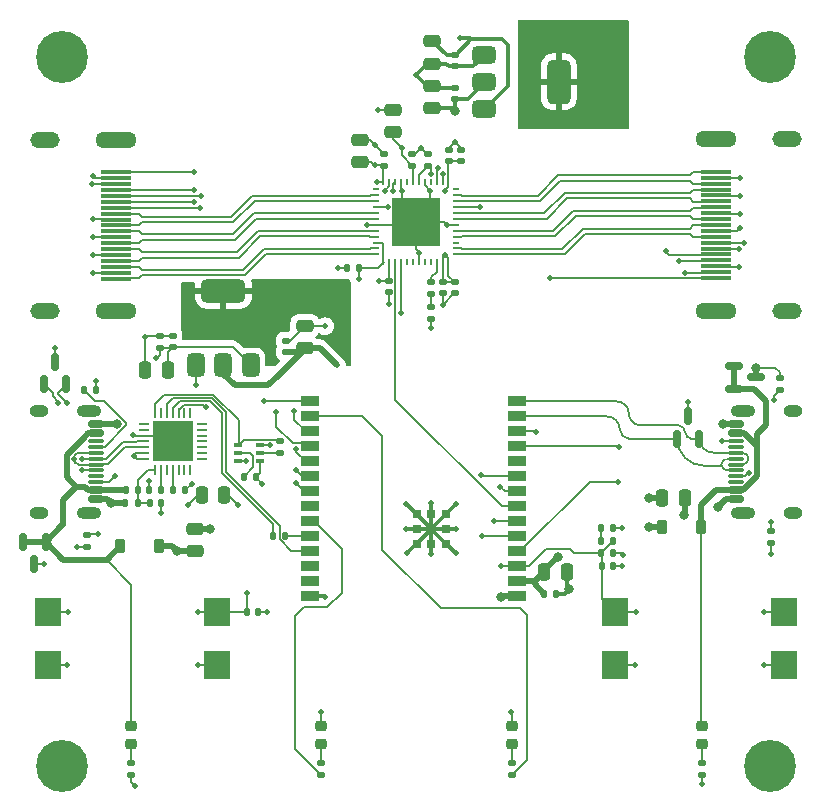
<source format=gtl>
G04 #@! TF.GenerationSoftware,KiCad,Pcbnew,8.0.5*
G04 #@! TF.CreationDate,2024-09-21T15:02:20-07:00*
G04 #@! TF.ProjectId,HDMI Breakout,48444d49-2042-4726-9561-6b6f75742e6b,rev?*
G04 #@! TF.SameCoordinates,Original*
G04 #@! TF.FileFunction,Copper,L1,Top*
G04 #@! TF.FilePolarity,Positive*
%FSLAX46Y46*%
G04 Gerber Fmt 4.6, Leading zero omitted, Abs format (unit mm)*
G04 Created by KiCad (PCBNEW 8.0.5) date 2024-09-21 15:02:20*
%MOMM*%
%LPD*%
G01*
G04 APERTURE LIST*
G04 Aperture macros list*
%AMRoundRect*
0 Rectangle with rounded corners*
0 $1 Rounding radius*
0 $2 $3 $4 $5 $6 $7 $8 $9 X,Y pos of 4 corners*
0 Add a 4 corners polygon primitive as box body*
4,1,4,$2,$3,$4,$5,$6,$7,$8,$9,$2,$3,0*
0 Add four circle primitives for the rounded corners*
1,1,$1+$1,$2,$3*
1,1,$1+$1,$4,$5*
1,1,$1+$1,$6,$7*
1,1,$1+$1,$8,$9*
0 Add four rect primitives between the rounded corners*
20,1,$1+$1,$2,$3,$4,$5,0*
20,1,$1+$1,$4,$5,$6,$7,0*
20,1,$1+$1,$6,$7,$8,$9,0*
20,1,$1+$1,$8,$9,$2,$3,0*%
G04 Aperture macros list end*
G04 #@! TA.AperFunction,SMDPad,CuDef*
%ADD10RoundRect,0.140000X0.170000X-0.140000X0.170000X0.140000X-0.170000X0.140000X-0.170000X-0.140000X0*%
G04 #@! TD*
G04 #@! TA.AperFunction,SMDPad,CuDef*
%ADD11RoundRect,0.150000X-0.500000X0.150000X-0.500000X-0.150000X0.500000X-0.150000X0.500000X0.150000X0*%
G04 #@! TD*
G04 #@! TA.AperFunction,SMDPad,CuDef*
%ADD12RoundRect,0.075000X-0.575000X0.075000X-0.575000X-0.075000X0.575000X-0.075000X0.575000X0.075000X0*%
G04 #@! TD*
G04 #@! TA.AperFunction,ComponentPad*
%ADD13O,2.100000X1.000000*%
G04 #@! TD*
G04 #@! TA.AperFunction,ComponentPad*
%ADD14O,1.600000X1.000000*%
G04 #@! TD*
G04 #@! TA.AperFunction,SMDPad,CuDef*
%ADD15RoundRect,0.135000X-0.185000X0.135000X-0.185000X-0.135000X0.185000X-0.135000X0.185000X0.135000X0*%
G04 #@! TD*
G04 #@! TA.AperFunction,SMDPad,CuDef*
%ADD16R,1.500000X0.900000*%
G04 #@! TD*
G04 #@! TA.AperFunction,SMDPad,CuDef*
%ADD17R,0.800000X0.800000*%
G04 #@! TD*
G04 #@! TA.AperFunction,SMDPad,CuDef*
%ADD18RoundRect,0.140000X-0.170000X0.140000X-0.170000X-0.140000X0.170000X-0.140000X0.170000X0.140000X0*%
G04 #@! TD*
G04 #@! TA.AperFunction,SMDPad,CuDef*
%ADD19RoundRect,0.135000X-0.135000X-0.185000X0.135000X-0.185000X0.135000X0.185000X-0.135000X0.185000X0*%
G04 #@! TD*
G04 #@! TA.AperFunction,SMDPad,CuDef*
%ADD20RoundRect,0.140000X-0.140000X-0.170000X0.140000X-0.170000X0.140000X0.170000X-0.140000X0.170000X0*%
G04 #@! TD*
G04 #@! TA.AperFunction,SMDPad,CuDef*
%ADD21RoundRect,0.135000X0.185000X-0.135000X0.185000X0.135000X-0.185000X0.135000X-0.185000X-0.135000X0*%
G04 #@! TD*
G04 #@! TA.AperFunction,SMDPad,CuDef*
%ADD22RoundRect,0.135000X0.135000X0.185000X-0.135000X0.185000X-0.135000X-0.185000X0.135000X-0.185000X0*%
G04 #@! TD*
G04 #@! TA.AperFunction,SMDPad,CuDef*
%ADD23RoundRect,0.218750X0.256250X-0.218750X0.256250X0.218750X-0.256250X0.218750X-0.256250X-0.218750X0*%
G04 #@! TD*
G04 #@! TA.AperFunction,SMDPad,CuDef*
%ADD24RoundRect,0.375000X-0.625000X-0.375000X0.625000X-0.375000X0.625000X0.375000X-0.625000X0.375000X0*%
G04 #@! TD*
G04 #@! TA.AperFunction,SMDPad,CuDef*
%ADD25RoundRect,0.500000X-0.500000X-1.400000X0.500000X-1.400000X0.500000X1.400000X-0.500000X1.400000X0*%
G04 #@! TD*
G04 #@! TA.AperFunction,SMDPad,CuDef*
%ADD26RoundRect,0.250000X0.475000X-0.250000X0.475000X0.250000X-0.475000X0.250000X-0.475000X-0.250000X0*%
G04 #@! TD*
G04 #@! TA.AperFunction,ComponentPad*
%ADD27C,4.400000*%
G04 #@! TD*
G04 #@! TA.AperFunction,SMDPad,CuDef*
%ADD28RoundRect,0.250000X-0.250000X-0.475000X0.250000X-0.475000X0.250000X0.475000X-0.250000X0.475000X0*%
G04 #@! TD*
G04 #@! TA.AperFunction,SMDPad,CuDef*
%ADD29RoundRect,0.100000X-0.225000X-0.100000X0.225000X-0.100000X0.225000X0.100000X-0.225000X0.100000X0*%
G04 #@! TD*
G04 #@! TA.AperFunction,SMDPad,CuDef*
%ADD30R,2.641600X0.330200*%
G04 #@! TD*
G04 #@! TA.AperFunction,ComponentPad*
%ADD31O,3.500000X1.350000*%
G04 #@! TD*
G04 #@! TA.AperFunction,ComponentPad*
%ADD32O,2.500000X1.350000*%
G04 #@! TD*
G04 #@! TA.AperFunction,SMDPad,CuDef*
%ADD33RoundRect,0.225000X-0.225000X-0.375000X0.225000X-0.375000X0.225000X0.375000X-0.225000X0.375000X0*%
G04 #@! TD*
G04 #@! TA.AperFunction,SMDPad,CuDef*
%ADD34RoundRect,0.225000X0.225000X0.375000X-0.225000X0.375000X-0.225000X-0.375000X0.225000X-0.375000X0*%
G04 #@! TD*
G04 #@! TA.AperFunction,SMDPad,CuDef*
%ADD35RoundRect,0.150000X0.150000X-0.587500X0.150000X0.587500X-0.150000X0.587500X-0.150000X-0.587500X0*%
G04 #@! TD*
G04 #@! TA.AperFunction,SMDPad,CuDef*
%ADD36RoundRect,0.375000X0.375000X-0.625000X0.375000X0.625000X-0.375000X0.625000X-0.375000X-0.625000X0*%
G04 #@! TD*
G04 #@! TA.AperFunction,SMDPad,CuDef*
%ADD37RoundRect,0.500000X1.400000X-0.500000X1.400000X0.500000X-1.400000X0.500000X-1.400000X-0.500000X0*%
G04 #@! TD*
G04 #@! TA.AperFunction,SMDPad,CuDef*
%ADD38RoundRect,0.150000X0.500000X-0.150000X0.500000X0.150000X-0.500000X0.150000X-0.500000X-0.150000X0*%
G04 #@! TD*
G04 #@! TA.AperFunction,SMDPad,CuDef*
%ADD39RoundRect,0.075000X0.575000X-0.075000X0.575000X0.075000X-0.575000X0.075000X-0.575000X-0.075000X0*%
G04 #@! TD*
G04 #@! TA.AperFunction,SMDPad,CuDef*
%ADD40R,2.300000X2.400000*%
G04 #@! TD*
G04 #@! TA.AperFunction,SMDPad,CuDef*
%ADD41RoundRect,0.140000X0.140000X0.170000X-0.140000X0.170000X-0.140000X-0.170000X0.140000X-0.170000X0*%
G04 #@! TD*
G04 #@! TA.AperFunction,SMDPad,CuDef*
%ADD42RoundRect,0.150000X-0.587500X-0.150000X0.587500X-0.150000X0.587500X0.150000X-0.587500X0.150000X0*%
G04 #@! TD*
G04 #@! TA.AperFunction,SMDPad,CuDef*
%ADD43RoundRect,0.250000X-0.475000X0.250000X-0.475000X-0.250000X0.475000X-0.250000X0.475000X0.250000X0*%
G04 #@! TD*
G04 #@! TA.AperFunction,SMDPad,CuDef*
%ADD44R,0.599999X0.240000*%
G04 #@! TD*
G04 #@! TA.AperFunction,SMDPad,CuDef*
%ADD45R,0.240000X0.599999*%
G04 #@! TD*
G04 #@! TA.AperFunction,SMDPad,CuDef*
%ADD46R,4.099999X4.099999*%
G04 #@! TD*
G04 #@! TA.AperFunction,SMDPad,CuDef*
%ADD47RoundRect,0.250000X0.250000X0.475000X-0.250000X0.475000X-0.250000X-0.475000X0.250000X-0.475000X0*%
G04 #@! TD*
G04 #@! TA.AperFunction,SMDPad,CuDef*
%ADD48RoundRect,0.150000X-0.150000X0.587500X-0.150000X-0.587500X0.150000X-0.587500X0.150000X0.587500X0*%
G04 #@! TD*
G04 #@! TA.AperFunction,SMDPad,CuDef*
%ADD49RoundRect,0.062500X-0.337500X-0.062500X0.337500X-0.062500X0.337500X0.062500X-0.337500X0.062500X0*%
G04 #@! TD*
G04 #@! TA.AperFunction,SMDPad,CuDef*
%ADD50RoundRect,0.062500X-0.062500X-0.337500X0.062500X-0.337500X0.062500X0.337500X-0.062500X0.337500X0*%
G04 #@! TD*
G04 #@! TA.AperFunction,HeatsinkPad*
%ADD51R,3.350000X3.350000*%
G04 #@! TD*
G04 #@! TA.AperFunction,ViaPad*
%ADD52C,0.500000*%
G04 #@! TD*
G04 #@! TA.AperFunction,ViaPad*
%ADD53C,0.800000*%
G04 #@! TD*
G04 #@! TA.AperFunction,Conductor*
%ADD54C,0.300000*%
G04 #@! TD*
G04 #@! TA.AperFunction,Conductor*
%ADD55C,0.200000*%
G04 #@! TD*
G04 #@! TA.AperFunction,Conductor*
%ADD56C,0.500000*%
G04 #@! TD*
G04 APERTURE END LIST*
D10*
X82258000Y-64196000D03*
X82258000Y-63236000D03*
D11*
X57920000Y-86050000D03*
X57920000Y-86850000D03*
D12*
X57920000Y-88000000D03*
X57920000Y-89000000D03*
X57920000Y-89500000D03*
X57920000Y-90500000D03*
D11*
X57920000Y-91650000D03*
X57920000Y-92450000D03*
X57920000Y-92450000D03*
X57920000Y-91650000D03*
D12*
X57920000Y-91000000D03*
X57920000Y-90000000D03*
X57920000Y-88500000D03*
X57920000Y-87500000D03*
D11*
X57920000Y-86850000D03*
X57920000Y-86050000D03*
D13*
X57280000Y-84930000D03*
D14*
X53100000Y-84930000D03*
D13*
X57280000Y-93570000D03*
D14*
X53100000Y-93570000D03*
D15*
X115790000Y-82180000D03*
X115790000Y-83200000D03*
D16*
X93550000Y-100670000D03*
X93550000Y-99400000D03*
X93550000Y-98130000D03*
X93550000Y-96860000D03*
X93550000Y-95590000D03*
X93550000Y-94320000D03*
X93550000Y-93050000D03*
X93550000Y-91780000D03*
X93550000Y-90510000D03*
X93550000Y-89240000D03*
X93550000Y-87970000D03*
X93550000Y-86700000D03*
X93550000Y-85430000D03*
X93550000Y-84160000D03*
X76050000Y-84160000D03*
X76050000Y-85430000D03*
X76050000Y-86700000D03*
X76050000Y-87970000D03*
X76050000Y-89240000D03*
X76050000Y-90510000D03*
X76050000Y-91780000D03*
X76050000Y-93050000D03*
X76050000Y-94320000D03*
X76050000Y-95590000D03*
X76050000Y-96860000D03*
X76050000Y-98130000D03*
X76050000Y-99400000D03*
X76050000Y-100670000D03*
D17*
X87555000Y-96200000D03*
X87555000Y-94950000D03*
X87555000Y-93700000D03*
X86305000Y-96200000D03*
X86305000Y-94950000D03*
X86305000Y-93700000D03*
X85055000Y-96200000D03*
X85055000Y-94950000D03*
X85055000Y-93700000D03*
D18*
X82692000Y-73976499D03*
X82692000Y-74936499D03*
D19*
X70410000Y-90580000D03*
X71430000Y-90580000D03*
D20*
X95880000Y-100460000D03*
X96840000Y-100460000D03*
D19*
X72930000Y-95580000D03*
X73950000Y-95580000D03*
D21*
X86290000Y-77190000D03*
X86290000Y-76170000D03*
D18*
X88300000Y-54840000D03*
X88300000Y-55800000D03*
D22*
X63427660Y-91670000D03*
X62407660Y-91670000D03*
D15*
X93100000Y-114800000D03*
X93100000Y-115820000D03*
D23*
X77000000Y-113200000D03*
X77000000Y-111625000D03*
D24*
X90800000Y-54800000D03*
X90800000Y-57100000D03*
X90800000Y-59400000D03*
D25*
X97100000Y-57100000D03*
D10*
X88788000Y-63791500D03*
X88788000Y-62831500D03*
D26*
X86400000Y-59350000D03*
X86400000Y-57450000D03*
D27*
X115000000Y-55000000D03*
D10*
X87772000Y-63791500D03*
X87772000Y-62831500D03*
D23*
X93100000Y-113200000D03*
X93100000Y-111625000D03*
D28*
X66850000Y-92100000D03*
X68750000Y-92100000D03*
D21*
X86248000Y-75040000D03*
X86248000Y-74020000D03*
D18*
X88280000Y-74048000D03*
X88280000Y-75008000D03*
D29*
X69930000Y-87880000D03*
X69930000Y-88530000D03*
X69930000Y-89180000D03*
X71830000Y-89180000D03*
X71830000Y-88530000D03*
X71830000Y-87880000D03*
D30*
X59624959Y-73762700D03*
X59624959Y-73262700D03*
X59624959Y-72762700D03*
X59624959Y-72262700D03*
X59624959Y-71762700D03*
X59624959Y-71262700D03*
X59624959Y-70762700D03*
X59624959Y-70262700D03*
X59624959Y-69762700D03*
X59624959Y-69262700D03*
X59624959Y-68762701D03*
X59624959Y-68262700D03*
X59624959Y-67762700D03*
X59624959Y-67262700D03*
X59624959Y-66762700D03*
X59624959Y-66262700D03*
X59624959Y-65762700D03*
X59624959Y-65262700D03*
X59624959Y-64762700D03*
D31*
X59624959Y-62012700D03*
D32*
X53624959Y-62012700D03*
D31*
X59624959Y-76512700D03*
D32*
X53624959Y-76512700D03*
D23*
X109200000Y-113200000D03*
X109200000Y-111625000D03*
D20*
X100720000Y-98100000D03*
X101680000Y-98100000D03*
D33*
X105830000Y-94810000D03*
X109130000Y-94810000D03*
D28*
X95850000Y-98600000D03*
X97750000Y-98600000D03*
X105850000Y-92300000D03*
X107750000Y-92300000D03*
D19*
X60407660Y-92770000D03*
X61427660Y-92770000D03*
D15*
X60900000Y-114800000D03*
X60900000Y-115820000D03*
D10*
X74000000Y-79980000D03*
X74000000Y-79020000D03*
D27*
X115000000Y-115000000D03*
D26*
X66300000Y-96850000D03*
X66300000Y-94950000D03*
D34*
X63250000Y-96410000D03*
X59950000Y-96410000D03*
D10*
X86020000Y-64196000D03*
X86020000Y-63236000D03*
D35*
X107100000Y-87300000D03*
X109000000Y-87300000D03*
X108050000Y-85425000D03*
D19*
X100690000Y-95940000D03*
X101710000Y-95940000D03*
D15*
X73480000Y-87480000D03*
X73480000Y-88500000D03*
D19*
X60417660Y-91670000D03*
X61437660Y-91670000D03*
D36*
X66400000Y-81100000D03*
X68700000Y-81100000D03*
X71000000Y-81100000D03*
D37*
X68700000Y-74800000D03*
D20*
X70665000Y-101970000D03*
X71625000Y-101970000D03*
D38*
X112080000Y-92450000D03*
X112080000Y-91650000D03*
D39*
X112080000Y-90500000D03*
X112080000Y-89500000D03*
X112080000Y-89000000D03*
X112080000Y-88000000D03*
D38*
X112080000Y-86850000D03*
X112080000Y-86050000D03*
X112080000Y-86050000D03*
X112080000Y-86850000D03*
D39*
X112080000Y-87500000D03*
X112080000Y-88500000D03*
X112080000Y-90000000D03*
X112080000Y-91000000D03*
D38*
X112080000Y-91650000D03*
X112080000Y-92450000D03*
D13*
X112720000Y-93570000D03*
D14*
X116900000Y-93570000D03*
D13*
X112720000Y-84930000D03*
D14*
X116900000Y-84930000D03*
D10*
X63300000Y-79600000D03*
X63300000Y-78640000D03*
D35*
X53510000Y-82707500D03*
X55410000Y-82707500D03*
X54460000Y-80832500D03*
D40*
X101850000Y-102000000D03*
X116150000Y-102000000D03*
X101850000Y-106500000D03*
X116150000Y-106500000D03*
D27*
X55000000Y-55000000D03*
D22*
X57920000Y-83200000D03*
X56900000Y-83200000D03*
D10*
X88300000Y-58560000D03*
X88300000Y-57600000D03*
D18*
X87264000Y-74048000D03*
X87264000Y-75008000D03*
D41*
X80152000Y-72846999D03*
X79192000Y-72846999D03*
D26*
X83020000Y-61364000D03*
X83020000Y-59464000D03*
D19*
X100690000Y-97000000D03*
X101710000Y-97000000D03*
D26*
X80226000Y-63904000D03*
X80226000Y-62004000D03*
D10*
X64400000Y-79580000D03*
X64400000Y-78620000D03*
D23*
X60900000Y-113200000D03*
X60900000Y-111625000D03*
D27*
X55000000Y-115000000D03*
D42*
X111902500Y-81170000D03*
X111902500Y-83070000D03*
X113777500Y-82120000D03*
D43*
X86400000Y-53650000D03*
X86400000Y-55550000D03*
D15*
X109200000Y-114800000D03*
X109200000Y-115820000D03*
D21*
X115050000Y-96180000D03*
X115050000Y-95160000D03*
D22*
X65427660Y-91670000D03*
X64407660Y-91670000D03*
D30*
X110415041Y-64717300D03*
X110415041Y-65217300D03*
X110415041Y-65717300D03*
X110415041Y-66217300D03*
X110415041Y-66717300D03*
X110415041Y-67217300D03*
X110415041Y-67717300D03*
X110415041Y-68217300D03*
X110415041Y-68717300D03*
X110415041Y-69217300D03*
X110415041Y-69717299D03*
X110415041Y-70217300D03*
X110415041Y-70717300D03*
X110415041Y-71217300D03*
X110415041Y-71717300D03*
X110415041Y-72217300D03*
X110415041Y-72717300D03*
X110415041Y-73217300D03*
X110415041Y-73717300D03*
D31*
X110415041Y-76467300D03*
D32*
X116415041Y-76467300D03*
D31*
X110415041Y-61967300D03*
D32*
X116415041Y-61967300D03*
D20*
X100700000Y-94870000D03*
X101660000Y-94870000D03*
D15*
X77000000Y-114800000D03*
X77000000Y-115820000D03*
D26*
X75600000Y-79650000D03*
X75600000Y-77750000D03*
D20*
X62467660Y-92770000D03*
X63427660Y-92770000D03*
D44*
X81599998Y-66209999D03*
X81599998Y-66709998D03*
X81599998Y-67210000D03*
X81599998Y-67709999D03*
X81599998Y-68210001D03*
X81599998Y-68709999D03*
X81599998Y-69209999D03*
X81599998Y-69710000D03*
X81599998Y-70209999D03*
X81599998Y-70710001D03*
X81599998Y-71210000D03*
X81599998Y-71709999D03*
D45*
X82249999Y-72360000D03*
X82749998Y-72360000D03*
X83250000Y-72360000D03*
X83749999Y-72360000D03*
X84250001Y-72360000D03*
X84749999Y-72360000D03*
X85249999Y-72360000D03*
X85750000Y-72360000D03*
X86249999Y-72360000D03*
X86750001Y-72360000D03*
X87250000Y-72360000D03*
X87749999Y-72360000D03*
D44*
X88400000Y-71709999D03*
X88400000Y-71210000D03*
X88400000Y-70710001D03*
X88400000Y-70209999D03*
X88400000Y-69710000D03*
X88400000Y-69209999D03*
X88400000Y-68709999D03*
X88400000Y-68210001D03*
X88400000Y-67709999D03*
X88400000Y-67210000D03*
X88400000Y-66709998D03*
X88400000Y-66209999D03*
D45*
X87749999Y-65559998D03*
X87250000Y-65559998D03*
X86750001Y-65559998D03*
X86249999Y-65559998D03*
X85750000Y-65559998D03*
X85249999Y-65559998D03*
X84749999Y-65559998D03*
X84250001Y-65559998D03*
X83749999Y-65559998D03*
X83250000Y-65559998D03*
X82749998Y-65559998D03*
X82249999Y-65559998D03*
D46*
X84999999Y-68959999D03*
D10*
X84700000Y-64196000D03*
X84700000Y-63236000D03*
D40*
X53850000Y-102000000D03*
X68150000Y-102000000D03*
X53850000Y-106500000D03*
X68150000Y-106500000D03*
D47*
X64000000Y-81500000D03*
X62100000Y-81500000D03*
D48*
X53640000Y-96075000D03*
X51740000Y-96075000D03*
X52690000Y-97950000D03*
D49*
X61950000Y-86050000D03*
X61950000Y-86550000D03*
X61950000Y-87050000D03*
X61950000Y-87550000D03*
X61950000Y-88050000D03*
X61950000Y-88550000D03*
X61950000Y-89050000D03*
D50*
X62900000Y-90000000D03*
X63400000Y-90000000D03*
X63900000Y-90000000D03*
X64400000Y-90000000D03*
X64900000Y-90000000D03*
X65400000Y-90000000D03*
X65900000Y-90000000D03*
D49*
X66850000Y-89050000D03*
X66850000Y-88550000D03*
X66850000Y-88050000D03*
X66850000Y-87550000D03*
X66850000Y-87050000D03*
X66850000Y-86550000D03*
X66850000Y-86050000D03*
D50*
X65900000Y-85100000D03*
X65400000Y-85100000D03*
X64900000Y-85100000D03*
X64400000Y-85100000D03*
X63900000Y-85100000D03*
X63400000Y-85100000D03*
X62900000Y-85100000D03*
D51*
X64400000Y-87550000D03*
D21*
X57190000Y-96470000D03*
X57190000Y-95450000D03*
D52*
X87490000Y-71720000D03*
X81510000Y-64180000D03*
D53*
X88290000Y-59580000D03*
D52*
X81910000Y-73980000D03*
X87440000Y-66340000D03*
X81680000Y-65560000D03*
X81760000Y-59460000D03*
X66550000Y-106480000D03*
X88390000Y-97020000D03*
D53*
X107730000Y-93740000D03*
D52*
X112310000Y-72750000D03*
X57630000Y-70270000D03*
X53510000Y-97950000D03*
X66400000Y-82800000D03*
D53*
X92190000Y-100680000D03*
D52*
X108050000Y-84250000D03*
X86220000Y-66330000D03*
X86290000Y-77980000D03*
X61050000Y-87020000D03*
X115040000Y-97060000D03*
X57590000Y-65750000D03*
X57920000Y-82390000D03*
X63430000Y-93610000D03*
X112440000Y-66760000D03*
X87650000Y-69210000D03*
X88420000Y-94960000D03*
X69950000Y-92950000D03*
X86300000Y-92800000D03*
X85250000Y-71560000D03*
X85010000Y-56500000D03*
D53*
X113770000Y-81300000D03*
D52*
X83820000Y-66350000D03*
X57630000Y-73250000D03*
X103580000Y-106480000D03*
D53*
X67570000Y-94950000D03*
D52*
X112450000Y-68250000D03*
X66000000Y-91110000D03*
X57630000Y-68750000D03*
X55450000Y-106500000D03*
X84120000Y-94960000D03*
X54460000Y-79650000D03*
D53*
X59710000Y-86070000D03*
D52*
X85390000Y-62730000D03*
X109200000Y-116590000D03*
X114470000Y-106510000D03*
X72410000Y-101990000D03*
X112450000Y-69450000D03*
X77280000Y-100680000D03*
X57630000Y-71750000D03*
X87280000Y-75960000D03*
X77300000Y-77800000D03*
X78430000Y-72830000D03*
X82692000Y-75870000D03*
X88390000Y-92870000D03*
D53*
X110980000Y-86060000D03*
D52*
X84260000Y-96980000D03*
X86300000Y-97070000D03*
D53*
X97960000Y-100080000D03*
D52*
X102460000Y-94860000D03*
X102410000Y-98100000D03*
D53*
X110570000Y-93130000D03*
X59180000Y-92770000D03*
D52*
X81550000Y-62480000D03*
X56340000Y-96470000D03*
X88280000Y-62200000D03*
X84190000Y-92840000D03*
X61220000Y-116680000D03*
X80840000Y-69210000D03*
X62100000Y-78700000D03*
X112440000Y-65260000D03*
X80150000Y-73760000D03*
X62410000Y-90900000D03*
X61090000Y-88790000D03*
X76980000Y-110460000D03*
X78300000Y-81100000D03*
X93080000Y-110490000D03*
X73400000Y-81900000D03*
X65730000Y-92950000D03*
X83790000Y-62740000D03*
X102540000Y-97120000D03*
D53*
X97010000Y-97300000D03*
X64760000Y-96840000D03*
D52*
X107750000Y-73250000D03*
D53*
X104740000Y-92300000D03*
D52*
X63000000Y-80500000D03*
X88700000Y-53400000D03*
D53*
X104750000Y-94810000D03*
D52*
X57620000Y-65040000D03*
X86250000Y-64870000D03*
X95180000Y-86730000D03*
X66200000Y-66250000D03*
X74850000Y-88200000D03*
X66210000Y-64750000D03*
X74680000Y-85000000D03*
X66190000Y-67260000D03*
X73180000Y-85020000D03*
X74850000Y-90000000D03*
X66770000Y-66760000D03*
X74830000Y-91090000D03*
X66720000Y-67750000D03*
X106140000Y-71440000D03*
X87290000Y-64890000D03*
X102160000Y-87980000D03*
X112320000Y-71240000D03*
X96310000Y-73750000D03*
X90390000Y-67710000D03*
X112750000Y-70740000D03*
X102090000Y-90980000D03*
X86850000Y-64410000D03*
X107230000Y-72250000D03*
X92090000Y-91370000D03*
X83090000Y-66340000D03*
X90510000Y-90365944D03*
X82360000Y-66330000D03*
X90550000Y-95580000D03*
X82619998Y-67680000D03*
X91580000Y-94320000D03*
X83749999Y-76640000D03*
X55530000Y-101990000D03*
X70650000Y-89180000D03*
X72120000Y-84150000D03*
X66550000Y-102010000D03*
X70660000Y-100400000D03*
X103640000Y-102010000D03*
X72670000Y-87880000D03*
X92230000Y-98130000D03*
X114470000Y-101970000D03*
X56010000Y-89000000D03*
X54695000Y-84310000D03*
X56750000Y-89000000D03*
X55445000Y-84310000D03*
X56750000Y-90000000D03*
X67240000Y-84660000D03*
X71960000Y-91110000D03*
X58100000Y-95390000D03*
X59540000Y-90460000D03*
X110940000Y-87500000D03*
X115330000Y-84040000D03*
X115030000Y-94360000D03*
X113170000Y-90190000D03*
D54*
X88060000Y-59350000D02*
X88290000Y-59580000D01*
D55*
X87250000Y-71960000D02*
X87490000Y-71720000D01*
X82692000Y-72417998D02*
X82749998Y-72360000D01*
D54*
X88300000Y-58560000D02*
X89390000Y-58560000D01*
D55*
X88788000Y-63791500D02*
X87772000Y-63791500D01*
X87250000Y-72360000D02*
X87250000Y-71960000D01*
X81680002Y-65559998D02*
X81680000Y-65560000D01*
X82249999Y-65559998D02*
X81680002Y-65559998D01*
D54*
X89390000Y-58560000D02*
X90850000Y-57100000D01*
D55*
X87749999Y-65559998D02*
X87749999Y-66030001D01*
X87749999Y-72360000D02*
X87749999Y-71979999D01*
X87749999Y-65559998D02*
X87749999Y-63813501D01*
D56*
X88300000Y-59570000D02*
X88290000Y-59580000D01*
D55*
X82692000Y-73976499D02*
X81913501Y-73976499D01*
X81913501Y-73976499D02*
X81910000Y-73980000D01*
X87250000Y-72360000D02*
X87250000Y-74034000D01*
X81510000Y-64180000D02*
X82242000Y-64180000D01*
X87749999Y-73517999D02*
X88280000Y-74048000D01*
X81234000Y-63904000D02*
X81510000Y-64180000D01*
X87749999Y-72360000D02*
X87749999Y-73517999D01*
X87749999Y-66030001D02*
X87440000Y-66340000D01*
X82249999Y-65559998D02*
X82249999Y-64204001D01*
X87264000Y-74048000D02*
X88280000Y-74048000D01*
D54*
X88300000Y-58560000D02*
X88300000Y-59570000D01*
D55*
X87749999Y-71979999D02*
X87490000Y-71720000D01*
X82692000Y-73976499D02*
X82692000Y-72417998D01*
X80226000Y-63904000D02*
X81234000Y-63904000D01*
D54*
X86400000Y-59350000D02*
X88060000Y-59350000D01*
D55*
X88400000Y-69209999D02*
X87650001Y-69209999D01*
X82692000Y-75870000D02*
X82692000Y-74936499D01*
X82258000Y-63188000D02*
X81550000Y-62480000D01*
D54*
X89850000Y-55800000D02*
X90850000Y-54800000D01*
D55*
X72390000Y-101970000D02*
X72410000Y-101990000D01*
D54*
X77270000Y-100670000D02*
X77280000Y-100680000D01*
X85960000Y-57450000D02*
X85010000Y-56500000D01*
D55*
X83020000Y-59464000D02*
X81764000Y-59464000D01*
D54*
X86305000Y-94950000D02*
X85055000Y-96200000D01*
D56*
X111250000Y-92450000D02*
X110570000Y-93130000D01*
D55*
X74330000Y-79020000D02*
X74000000Y-79020000D01*
D54*
X97580000Y-100460000D02*
X97960000Y-100080000D01*
X86305000Y-93700000D02*
X86305000Y-92805000D01*
D55*
X116150000Y-106500000D02*
X114480000Y-106500000D01*
D54*
X96840000Y-100460000D02*
X97580000Y-100460000D01*
D56*
X113777500Y-81307500D02*
X113770000Y-81300000D01*
D55*
X85250000Y-71480000D02*
X84999999Y-71229999D01*
X64400000Y-78620000D02*
X63320000Y-78620000D01*
X115050000Y-97050000D02*
X115040000Y-97060000D01*
X77250000Y-77750000D02*
X77300000Y-77800000D01*
X110450000Y-65250000D02*
X112430000Y-65250000D01*
X59560000Y-65750000D02*
X57590000Y-65750000D01*
X114480000Y-106500000D02*
X114470000Y-106510000D01*
X115410000Y-81300000D02*
X113770000Y-81300000D01*
X81074000Y-62004000D02*
X81550000Y-62480000D01*
X87264000Y-75944000D02*
X87280000Y-75960000D01*
D56*
X57920000Y-86050000D02*
X59690000Y-86050000D01*
D55*
X79192000Y-72846999D02*
X78446999Y-72846999D01*
D56*
X57920000Y-92450000D02*
X58860000Y-92450000D01*
D54*
X85960000Y-55550000D02*
X85010000Y-56500000D01*
D55*
X62160000Y-78640000D02*
X62100000Y-78700000D01*
X57650000Y-70250000D02*
X57630000Y-70270000D01*
D54*
X88300000Y-57600000D02*
X86550000Y-57600000D01*
X85040000Y-96200000D02*
X84260000Y-96980000D01*
D55*
X69100000Y-92100000D02*
X69950000Y-92950000D01*
X60900000Y-116360000D02*
X61220000Y-116680000D01*
X63320000Y-78620000D02*
X63300000Y-78640000D01*
D54*
X84130000Y-94950000D02*
X84120000Y-94960000D01*
X86305000Y-94950000D02*
X87555000Y-93700000D01*
D55*
X63900000Y-87050000D02*
X61950000Y-87050000D01*
X83820000Y-66350000D02*
X83820000Y-67780000D01*
D54*
X86305000Y-92805000D02*
X86300000Y-92800000D01*
D55*
X62100000Y-81500000D02*
X62100000Y-78700000D01*
X63427660Y-92770000D02*
X63427660Y-93607660D01*
X86550000Y-57600000D02*
X86400000Y-57450000D01*
X87772000Y-62708000D02*
X88280000Y-62200000D01*
X78446999Y-72846999D02*
X78430000Y-72830000D01*
X101680000Y-98100000D02*
X102410000Y-98100000D01*
X59560000Y-73250000D02*
X57630000Y-73250000D01*
D56*
X107750000Y-93720000D02*
X107730000Y-93740000D01*
D55*
X52690000Y-97950000D02*
X53510000Y-97950000D01*
X86220000Y-66330000D02*
X86220000Y-67739998D01*
X81599998Y-69209999D02*
X84749999Y-69209999D01*
D54*
X88410000Y-94950000D02*
X88420000Y-94960000D01*
D55*
X61950000Y-87050000D02*
X61080000Y-87050000D01*
D56*
X107750000Y-92300000D02*
X107750000Y-93720000D01*
D55*
X110450000Y-66750000D02*
X112430000Y-66750000D01*
X53850000Y-106500000D02*
X55450000Y-106500000D01*
X59560000Y-71750000D02*
X57630000Y-71750000D01*
X66570000Y-106500000D02*
X66550000Y-106480000D01*
X85249999Y-72360000D02*
X85249999Y-71560001D01*
X86290000Y-77190000D02*
X86290000Y-77980000D01*
X65440000Y-91670000D02*
X66000000Y-91110000D01*
X102450000Y-94870000D02*
X102460000Y-94860000D01*
X59560000Y-68750001D02*
X57630001Y-68750001D01*
D54*
X88300000Y-55800000D02*
X89850000Y-55800000D01*
D56*
X113777500Y-82120000D02*
X113777500Y-81307500D01*
D54*
X97750000Y-99870000D02*
X97960000Y-100080000D01*
D55*
X63300000Y-78640000D02*
X62160000Y-78640000D01*
X109200000Y-115820000D02*
X109200000Y-116590000D01*
D54*
X86305000Y-97065000D02*
X86300000Y-97070000D01*
D55*
X110450000Y-68250000D02*
X112450000Y-68250000D01*
D54*
X87570000Y-96200000D02*
X88390000Y-97020000D01*
D55*
X101850000Y-106500000D02*
X103560000Y-106500000D01*
D56*
X59690000Y-86050000D02*
X59710000Y-86070000D01*
D55*
X115790000Y-82180000D02*
X115790000Y-81680000D01*
D54*
X87560000Y-93700000D02*
X88390000Y-92870000D01*
D55*
X84999999Y-71229999D02*
X84999999Y-68959999D01*
X115050000Y-96180000D02*
X115050000Y-97050000D01*
X87264000Y-75008000D02*
X87264000Y-75944000D01*
D56*
X92200000Y-100670000D02*
X92190000Y-100680000D01*
D55*
X85249999Y-71560001D02*
X85250000Y-71560000D01*
X60900000Y-115820000D02*
X60900000Y-116360000D01*
X87650000Y-69210000D02*
X87399999Y-68959999D01*
D54*
X85050000Y-93700000D02*
X84190000Y-92840000D01*
D55*
X87650001Y-69209999D02*
X87650000Y-69210000D01*
D54*
X86305000Y-94950000D02*
X85055000Y-94950000D01*
D55*
X83749999Y-65559998D02*
X83749999Y-66279999D01*
X101660000Y-94870000D02*
X102450000Y-94870000D01*
D54*
X86305000Y-94950000D02*
X86305000Y-93700000D01*
D55*
X112430000Y-65250000D02*
X112440000Y-65260000D01*
X85250000Y-71560000D02*
X85250000Y-71480000D01*
D54*
X76050000Y-100670000D02*
X77270000Y-100670000D01*
D55*
X110450000Y-72750000D02*
X112310000Y-72750000D01*
D54*
X86305000Y-94950000D02*
X85055000Y-93700000D01*
D55*
X81599998Y-69209999D02*
X80840001Y-69209999D01*
X68150000Y-106500000D02*
X66570000Y-106500000D01*
X108050000Y-85425000D02*
X108050000Y-84250000D01*
X75600000Y-77750000D02*
X74330000Y-79020000D01*
X83749999Y-66279999D02*
X83820000Y-66350000D01*
X54460000Y-80832500D02*
X54460000Y-79650000D01*
D56*
X66300000Y-94950000D02*
X67570000Y-94950000D01*
D55*
X115790000Y-81680000D02*
X115410000Y-81300000D01*
X80840001Y-69209999D02*
X80840000Y-69210000D01*
X81764000Y-59464000D02*
X81760000Y-59460000D01*
X57920000Y-83200000D02*
X57920000Y-82390000D01*
X66400000Y-81100000D02*
X66400000Y-82800000D01*
D56*
X59180000Y-92770000D02*
X60407660Y-92770000D01*
D55*
X85896000Y-63236000D02*
X85390000Y-62730000D01*
D56*
X112080000Y-92450000D02*
X111250000Y-92450000D01*
D54*
X87550000Y-55550000D02*
X86400000Y-55550000D01*
X86305000Y-94950000D02*
X86305000Y-96200000D01*
X86305000Y-94950000D02*
X87555000Y-96200000D01*
X97750000Y-98600000D02*
X97750000Y-99870000D01*
D55*
X57190000Y-96470000D02*
X56340000Y-96470000D01*
D56*
X93550000Y-100670000D02*
X92200000Y-100670000D01*
D55*
X63427660Y-93607660D02*
X63430000Y-93610000D01*
D56*
X58860000Y-92450000D02*
X59180000Y-92770000D01*
X112080000Y-86050000D02*
X110990000Y-86050000D01*
D55*
X112430000Y-66750000D02*
X112440000Y-66760000D01*
X85750000Y-65860000D02*
X86220000Y-66330000D01*
X75600000Y-77750000D02*
X77250000Y-77750000D01*
D54*
X86305000Y-96200000D02*
X86305000Y-97065000D01*
X87800000Y-55800000D02*
X87550000Y-55550000D01*
D55*
X87399999Y-68959999D02*
X84999999Y-68959999D01*
X80226000Y-62004000D02*
X81074000Y-62004000D01*
X110450000Y-69749999D02*
X112150001Y-69749999D01*
D54*
X88300000Y-55800000D02*
X87800000Y-55800000D01*
D55*
X71625000Y-101970000D02*
X72390000Y-101970000D01*
X59560000Y-70250000D02*
X57650000Y-70250000D01*
D54*
X86305000Y-94950000D02*
X87555000Y-94950000D01*
D55*
X84884000Y-63236000D02*
X85390000Y-62730000D01*
X88788000Y-62708000D02*
X88280000Y-62200000D01*
D54*
X85055000Y-94950000D02*
X84130000Y-94950000D01*
D55*
X61080000Y-87050000D02*
X61050000Y-87020000D01*
X88232000Y-75008000D02*
X87280000Y-75960000D01*
X57630001Y-68750001D02*
X57630000Y-68750000D01*
D54*
X87555000Y-94950000D02*
X88410000Y-94950000D01*
D55*
X85750000Y-65559998D02*
X85750000Y-65860000D01*
X112150001Y-69749999D02*
X112450000Y-69450000D01*
X103560000Y-106500000D02*
X103580000Y-106480000D01*
X110990000Y-86050000D02*
G75*
G03*
X110980000Y-86060000I0J-10000D01*
G01*
D56*
X95050000Y-99630000D02*
X95880000Y-100460000D01*
D55*
X61350000Y-89050000D02*
X61090000Y-88790000D01*
X77000000Y-111625000D02*
X77000000Y-110480000D01*
X80152000Y-73758000D02*
X80150000Y-73760000D01*
D56*
X74800000Y-80000000D02*
X74780000Y-79980000D01*
X75600000Y-79650000D02*
X75250000Y-80000000D01*
D55*
X66580000Y-92100000D02*
X65730000Y-92950000D01*
X84749999Y-65559998D02*
X84749999Y-64245999D01*
D56*
X76850000Y-79650000D02*
X78300000Y-81100000D01*
X69700000Y-82800000D02*
X68700000Y-81800000D01*
D55*
X61950000Y-89050000D02*
X61350000Y-89050000D01*
D56*
X95050000Y-99400000D02*
X95050000Y-99630000D01*
X95050000Y-99400000D02*
X95850000Y-98600000D01*
D55*
X81793001Y-72846999D02*
X82280000Y-72360000D01*
X83790000Y-63286000D02*
X83790000Y-62740000D01*
X62407660Y-91670000D02*
X62407660Y-90902340D01*
X61950000Y-88550000D02*
X61330000Y-88550000D01*
X82249999Y-70860003D02*
X82099997Y-70710001D01*
D56*
X73400000Y-81900000D02*
X72500000Y-82800000D01*
D55*
X93100000Y-110510000D02*
X93080000Y-110490000D01*
X62407660Y-90902340D02*
X62410000Y-90900000D01*
X61330000Y-88550000D02*
X61090000Y-88790000D01*
X80152000Y-72846999D02*
X81793001Y-72846999D01*
D56*
X93550000Y-99400000D02*
X95050000Y-99400000D01*
D55*
X80152000Y-72846999D02*
X80152000Y-73758000D01*
X82249999Y-72360000D02*
X82249999Y-70860003D01*
D56*
X68700000Y-81800000D02*
X68700000Y-81100000D01*
D55*
X82280000Y-72360000D02*
X82249999Y-72360000D01*
D56*
X74780000Y-79980000D02*
X74000000Y-79980000D01*
D55*
X93100000Y-111625000D02*
X93100000Y-110510000D01*
D56*
X75600000Y-79650000D02*
X76850000Y-79650000D01*
D55*
X83020000Y-61364000D02*
X83020000Y-61970000D01*
D56*
X75250000Y-80000000D02*
X74800000Y-80000000D01*
X75600000Y-79650000D02*
X75600000Y-79700000D01*
D55*
X82099997Y-70710001D02*
X81599998Y-70710001D01*
X77000000Y-110480000D02*
X76980000Y-110460000D01*
D56*
X75600000Y-79700000D02*
X73400000Y-81900000D01*
X95850000Y-98460000D02*
X97010000Y-97300000D01*
X72500000Y-82800000D02*
X69700000Y-82800000D01*
D55*
X84700000Y-64196000D02*
X83790000Y-63286000D01*
X101710000Y-97000000D02*
X102420000Y-97000000D01*
X83020000Y-61970000D02*
X83790000Y-62740000D01*
X102420000Y-97000000D02*
X102540000Y-97120000D01*
D56*
X64770000Y-96850000D02*
X64760000Y-96840000D01*
X66300000Y-96850000D02*
X64770000Y-96850000D01*
D55*
X64380000Y-79600000D02*
X64400000Y-79580000D01*
D54*
X88300000Y-54840000D02*
X88360000Y-54840000D01*
D56*
X105850000Y-92300000D02*
X104740000Y-92300000D01*
D55*
X64000000Y-81500000D02*
X64000000Y-79980000D01*
X64400000Y-79580000D02*
X69480000Y-79580000D01*
X64000000Y-79980000D02*
X64400000Y-79580000D01*
D54*
X92800000Y-54000000D02*
X92800000Y-57450000D01*
D56*
X105830000Y-94810000D02*
X104750000Y-94810000D01*
D55*
X110450000Y-73250000D02*
X107750000Y-73250000D01*
D54*
X89600000Y-53400000D02*
X88700000Y-53400000D01*
D55*
X69480000Y-79580000D02*
X71000000Y-81100000D01*
D54*
X86400000Y-53650000D02*
X87590000Y-54840000D01*
X88360000Y-54840000D02*
X89700000Y-53500000D01*
D56*
X63250000Y-96410000D02*
X64330000Y-96410000D01*
D54*
X92800000Y-57450000D02*
X90850000Y-59400000D01*
D55*
X63300000Y-79600000D02*
X63300000Y-80200000D01*
D56*
X64330000Y-96410000D02*
X64760000Y-96840000D01*
D54*
X89700000Y-53500000D02*
X89600000Y-53400000D01*
X87590000Y-54840000D02*
X88300000Y-54840000D01*
X92300000Y-53500000D02*
X92800000Y-54000000D01*
D55*
X59560000Y-65250000D02*
X57830000Y-65250000D01*
X57830000Y-65250000D02*
X57620000Y-65040000D01*
X63300000Y-80200000D02*
X63000000Y-80500000D01*
X63300000Y-79600000D02*
X64380000Y-79600000D01*
D54*
X89700000Y-53500000D02*
X92300000Y-53500000D01*
D55*
X93550000Y-86700000D02*
X95150000Y-86700000D01*
X85249999Y-64960001D02*
X85249999Y-65559998D01*
X86014000Y-64196000D02*
X85249999Y-64960001D01*
X86250000Y-64870000D02*
X86250000Y-64426000D01*
X86250000Y-64426000D02*
X86020000Y-64196000D01*
X95150000Y-86700000D02*
X95180000Y-86730000D01*
X61816201Y-68975000D02*
X69543200Y-68975000D01*
X81124998Y-67184999D02*
X81149999Y-67210000D01*
X69543200Y-68975000D02*
X71333201Y-67184999D01*
X59560000Y-69250000D02*
X61541201Y-69250000D01*
X81149999Y-67210000D02*
X81599998Y-67210000D01*
X71333201Y-67184999D02*
X81124998Y-67184999D01*
X61541201Y-69250000D02*
X61816201Y-68975000D01*
X75660000Y-89240000D02*
X74850000Y-88430000D01*
X66200000Y-66250000D02*
X59560000Y-66250000D01*
X74850000Y-88430000D02*
X74850000Y-88200000D01*
X74680000Y-85720000D02*
X74680000Y-85000000D01*
X66210000Y-64750000D02*
X59560000Y-64750000D01*
X75660000Y-86700000D02*
X74680000Y-85720000D01*
X71493200Y-68685000D02*
X81125000Y-68685000D01*
X81125000Y-68685000D02*
X81149999Y-68709999D01*
X81149999Y-68709999D02*
X81599998Y-68709999D01*
X59560000Y-70750000D02*
X61541201Y-70750000D01*
X61816201Y-70475000D02*
X69703200Y-70475000D01*
X69703200Y-70475000D02*
X71493200Y-68685000D01*
X61541201Y-70750000D02*
X61816201Y-70475000D01*
X61541201Y-73750000D02*
X61816201Y-73475000D01*
X70523200Y-73475000D02*
X72313201Y-71684999D01*
X72313201Y-71684999D02*
X81124999Y-71684999D01*
X61816201Y-73475000D02*
X70523200Y-73475000D01*
X81149999Y-71709999D02*
X81599998Y-71709999D01*
X81124999Y-71684999D02*
X81149999Y-71709999D01*
X59560000Y-73750000D02*
X61541201Y-73750000D01*
X73180000Y-85020000D02*
X73180000Y-86310000D01*
X61440000Y-67260000D02*
X61430000Y-67250000D01*
X61430000Y-67250000D02*
X59560000Y-67250000D01*
X73180000Y-86310000D02*
X74590000Y-87720000D01*
X66190000Y-67260000D02*
X61440000Y-67260000D01*
X74590000Y-87720000D02*
X75800000Y-87720000D01*
X76050000Y-90510000D02*
X75360000Y-90510000D01*
X59560000Y-66750000D02*
X66760000Y-66750000D01*
X66760000Y-66750000D02*
X66770000Y-66760000D01*
X75360000Y-90510000D02*
X74850000Y-90000000D01*
X61816201Y-73025000D02*
X70336800Y-73025000D01*
X59560000Y-72750000D02*
X61541201Y-72750000D01*
X81124999Y-71235000D02*
X81149999Y-71210000D01*
X72126800Y-71235000D02*
X81124999Y-71235000D01*
X61541201Y-72750000D02*
X61816201Y-73025000D01*
X70336800Y-73025000D02*
X72126800Y-71235000D01*
X81149999Y-71210000D02*
X81599998Y-71210000D01*
X75520000Y-91780000D02*
X74830000Y-91090000D01*
X66720000Y-67750000D02*
X59560000Y-67750000D01*
X61541201Y-68250000D02*
X61816201Y-68525000D01*
X69356800Y-68525000D02*
X71146801Y-66734999D01*
X81149999Y-66709998D02*
X81599998Y-66709998D01*
X71146801Y-66734999D02*
X81124998Y-66734999D01*
X61816201Y-68525000D02*
X69356800Y-68525000D01*
X81124998Y-66734999D02*
X81149999Y-66709998D01*
X59560000Y-68250000D02*
X61541201Y-68250000D01*
X81149999Y-69710000D02*
X81599998Y-69710000D01*
X81124999Y-69735000D02*
X81149999Y-69710000D01*
X61816201Y-71525000D02*
X69836800Y-71525000D01*
X61541201Y-71250000D02*
X61816201Y-71525000D01*
X71626800Y-69735000D02*
X81124999Y-69735000D01*
X69836800Y-71525000D02*
X71626800Y-69735000D01*
X59560000Y-71250000D02*
X61541201Y-71250000D01*
X81124999Y-70184999D02*
X81149999Y-70209999D01*
X81149999Y-70209999D02*
X81599998Y-70209999D01*
X70023200Y-71975000D02*
X71813201Y-70184999D01*
X61541201Y-72250000D02*
X61816201Y-71975000D01*
X59560000Y-72250000D02*
X61541201Y-72250000D01*
X71813201Y-70184999D02*
X81124999Y-70184999D01*
X61816201Y-71975000D02*
X70023200Y-71975000D01*
X69516800Y-70025000D02*
X71306800Y-68235000D01*
X61816201Y-70025000D02*
X69516800Y-70025000D01*
X81125000Y-68235000D02*
X81149999Y-68210001D01*
X59560000Y-69750000D02*
X61541201Y-69750000D01*
X71306800Y-68235000D02*
X81125000Y-68235000D01*
X81149999Y-68210001D02*
X81599998Y-68210001D01*
X61541201Y-69750000D02*
X61816201Y-70025000D01*
X110450000Y-71750000D02*
X106450000Y-71750000D01*
X87290000Y-64890000D02*
X87290000Y-65519998D01*
X106450000Y-71750000D02*
X106140000Y-71440000D01*
X87290000Y-65519998D02*
X87250000Y-65559998D01*
X102150000Y-87970000D02*
X102160000Y-87980000D01*
X93550000Y-87970000D02*
X102150000Y-87970000D01*
X112320000Y-71240000D02*
X110460000Y-71240000D01*
X97773200Y-66975000D02*
X108193799Y-66975000D01*
X108193799Y-66975000D02*
X108468799Y-67250000D01*
X88874998Y-68685000D02*
X96063200Y-68685000D01*
X88400000Y-68709999D02*
X88849999Y-68709999D01*
X88849999Y-68709999D02*
X88874998Y-68685000D01*
X108468799Y-67250000D02*
X110450000Y-67250000D01*
X96063200Y-68685000D02*
X97773200Y-66975000D01*
X88400000Y-67210000D02*
X88849999Y-67210000D01*
X95503201Y-67184999D02*
X97213200Y-65475000D01*
X88875000Y-67184999D02*
X95503201Y-67184999D01*
X88849999Y-67210000D02*
X88875000Y-67184999D01*
X108193799Y-65475000D02*
X108468799Y-65750000D01*
X97213200Y-65475000D02*
X108193799Y-65475000D01*
X108468799Y-65750000D02*
X110450000Y-65750000D01*
X88400000Y-67709999D02*
X90389999Y-67709999D01*
X110450000Y-73750000D02*
X96310000Y-73750000D01*
X90389999Y-67709999D02*
X90390000Y-67710000D01*
X88874998Y-68235000D02*
X95876800Y-68235000D01*
X97586800Y-66525000D02*
X108193799Y-66525000D01*
X88849999Y-68210001D02*
X88874998Y-68235000D01*
X108468799Y-66250000D02*
X110450000Y-66250000D01*
X108193799Y-66525000D02*
X108468799Y-66250000D01*
X95876800Y-68235000D02*
X97586800Y-66525000D01*
X88400000Y-68210001D02*
X88849999Y-68210001D01*
X97026800Y-65025000D02*
X108193799Y-65025000D01*
X88875000Y-66734999D02*
X95316801Y-66734999D01*
X88400000Y-66709998D02*
X88849999Y-66709998D01*
X88849999Y-66709998D02*
X88875000Y-66734999D01*
X95316801Y-66734999D02*
X97026800Y-65025000D01*
X108193799Y-65025000D02*
X108468799Y-64750000D01*
X108468799Y-64750000D02*
X110450000Y-64750000D01*
X108193799Y-69525000D02*
X108468799Y-69250000D01*
X99106800Y-69525000D02*
X108193799Y-69525000D01*
X97396800Y-71235000D02*
X99106800Y-69525000D01*
X88849999Y-71210000D02*
X88874999Y-71235000D01*
X108468799Y-69250000D02*
X110450000Y-69250000D01*
X88874999Y-71235000D02*
X97396800Y-71235000D01*
X88400000Y-71210000D02*
X88849999Y-71210000D01*
X99730000Y-90980000D02*
X102090000Y-90980000D01*
X112750000Y-70740000D02*
X112740000Y-70750000D01*
X93850000Y-96860000D02*
X99730000Y-90980000D01*
X112740000Y-70750000D02*
X110450000Y-70750000D01*
X88400000Y-71709999D02*
X88849999Y-71709999D01*
X108468799Y-70250000D02*
X110450000Y-70250000D01*
X99293200Y-69975000D02*
X108193799Y-69975000D01*
X97583201Y-71684999D02*
X99293200Y-69975000D01*
X88849999Y-71709999D02*
X88874999Y-71684999D01*
X108193799Y-69975000D02*
X108468799Y-70250000D01*
X88874999Y-71684999D02*
X97583201Y-71684999D01*
X108193799Y-68025000D02*
X108468799Y-67750000D01*
X88849999Y-69710000D02*
X88874999Y-69735000D01*
X88400000Y-69710000D02*
X88849999Y-69710000D01*
X88874999Y-69735000D02*
X96626800Y-69735000D01*
X96626800Y-69735000D02*
X98336800Y-68025000D01*
X108468799Y-67750000D02*
X110450000Y-67750000D01*
X98336800Y-68025000D02*
X108193799Y-68025000D01*
X110450000Y-72250000D02*
X107230000Y-72250000D01*
X86750001Y-64509999D02*
X86850000Y-64410000D01*
X86750001Y-65559998D02*
X86750001Y-64509999D01*
X108193799Y-68475000D02*
X108468799Y-68750000D01*
X96813201Y-70184999D02*
X98523200Y-68475000D01*
X108468799Y-68750000D02*
X110450000Y-68750000D01*
X98523200Y-68475000D02*
X108193799Y-68475000D01*
X88849999Y-70209999D02*
X88874999Y-70184999D01*
X88400000Y-70209999D02*
X88849999Y-70209999D01*
X88874999Y-70184999D02*
X96813201Y-70184999D01*
X86750001Y-73159999D02*
X86750001Y-72360000D01*
X86248000Y-73662000D02*
X86750001Y-73159999D01*
X86248000Y-74020000D02*
X86248000Y-73662000D01*
X83090000Y-65719998D02*
X83250000Y-65559998D01*
X93550000Y-91780000D02*
X92500000Y-91780000D01*
X83090000Y-66340000D02*
X83090000Y-65719998D01*
X92500000Y-91780000D02*
X92090000Y-91370000D01*
X90654056Y-90510000D02*
X93550000Y-90510000D01*
X90510000Y-90365944D02*
X90654056Y-90510000D01*
X82749998Y-65559998D02*
X82749998Y-65940002D01*
X82749998Y-65940002D02*
X82360000Y-66330000D01*
X90830000Y-95580000D02*
X90840000Y-95590000D01*
X82619998Y-67680000D02*
X82589999Y-67709999D01*
X82589999Y-67709999D02*
X81599998Y-67709999D01*
X90550000Y-95580000D02*
X90830000Y-95580000D01*
X90840000Y-95590000D02*
X93550000Y-95590000D01*
X92260000Y-93050000D02*
X93550000Y-93050000D01*
X83250000Y-84040000D02*
X92260000Y-93050000D01*
X83250000Y-72360000D02*
X83250000Y-84040000D01*
X83749999Y-76640000D02*
X83749999Y-72360000D01*
X91580000Y-94320000D02*
X93550000Y-94320000D01*
X72130000Y-84160000D02*
X72120000Y-84150000D01*
X70665000Y-101970000D02*
X68180000Y-101970000D01*
X70660000Y-100400000D02*
X70660000Y-101965000D01*
X76050000Y-84160000D02*
X72130000Y-84160000D01*
X55520000Y-102000000D02*
X55530000Y-101990000D01*
X69930000Y-89180000D02*
X70650000Y-89180000D01*
X53850000Y-102000000D02*
X55520000Y-102000000D01*
X66550000Y-102010000D02*
X68140000Y-102010000D01*
X98080000Y-96680000D02*
X98400000Y-97000000D01*
X71830000Y-87880000D02*
X72670000Y-87880000D01*
X96030000Y-96680000D02*
X98080000Y-96680000D01*
X101850000Y-102000000D02*
X103630000Y-102000000D01*
X94580000Y-98130000D02*
X96030000Y-96680000D01*
X98400000Y-97000000D02*
X100690000Y-97000000D01*
X100690000Y-96960000D02*
X101710000Y-95940000D01*
X101850000Y-102000000D02*
X100730000Y-100880000D01*
X114470000Y-101970000D02*
X116120000Y-101970000D01*
X92230000Y-98130000D02*
X93550000Y-98130000D01*
X100720000Y-99480000D02*
X100720000Y-98100000D01*
X103630000Y-102000000D02*
X103640000Y-102010000D01*
X100730000Y-100880000D02*
X100730000Y-99490000D01*
X100720000Y-98100000D02*
X100720000Y-97030000D01*
X100730000Y-99490000D02*
X100720000Y-99480000D01*
X93550000Y-98130000D02*
X94580000Y-98130000D01*
D56*
X55430000Y-88690000D02*
X55430000Y-90590000D01*
X57920000Y-91650000D02*
X57244594Y-91650000D01*
X57270001Y-86850000D02*
X56870001Y-87250000D01*
D55*
X60900000Y-111625000D02*
X60900000Y-99660000D01*
D56*
X53640000Y-96075000D02*
X51740000Y-96075000D01*
X57920000Y-91650000D02*
X60397660Y-91650000D01*
X58800000Y-97560000D02*
X58800000Y-97580000D01*
X56974594Y-91380000D02*
X56220000Y-91380000D01*
X55120000Y-94660000D02*
X55055000Y-94660000D01*
X56220000Y-91380000D02*
X55120000Y-92480000D01*
X59950000Y-96410000D02*
X58800000Y-97560000D01*
X57244594Y-91650000D02*
X56974594Y-91380000D01*
X55145000Y-97580000D02*
X53640000Y-96075000D01*
X58800000Y-97580000D02*
X55145000Y-97580000D01*
X56870000Y-87250000D02*
X55430000Y-88690000D01*
X57920000Y-86850000D02*
X57270001Y-86850000D01*
X55430000Y-90590000D02*
X56220000Y-91380000D01*
X56870001Y-87250000D02*
X56870000Y-87250000D01*
X55055000Y-94660000D02*
X53640000Y-96075000D01*
X55120000Y-92480000D02*
X55120000Y-94660000D01*
D55*
X60900000Y-99660000D02*
X58800000Y-97560000D01*
X100690000Y-95940000D02*
X100690000Y-94880000D01*
D56*
X110430000Y-91650000D02*
X109130000Y-92950000D01*
X113870000Y-87964594D02*
X113870000Y-86910000D01*
D55*
X109130000Y-94810000D02*
X109130000Y-111555000D01*
D56*
X112080000Y-91650000D02*
X110430000Y-91650000D01*
X113580000Y-83070000D02*
X111902500Y-83070000D01*
X113870000Y-90509999D02*
X112729999Y-91650000D01*
X112080000Y-86850000D02*
X112755406Y-86850000D01*
X113870000Y-87964594D02*
X113870000Y-90509999D01*
X114630000Y-86150000D02*
X114630000Y-84120000D01*
X112729999Y-91650000D02*
X112080000Y-91650000D01*
X111902500Y-83070000D02*
X111902500Y-81170000D01*
X109130000Y-92950000D02*
X109130000Y-94810000D01*
X112755406Y-86850000D02*
X113870000Y-87964594D01*
X114630000Y-84120000D02*
X113580000Y-83070000D01*
X113870000Y-86910000D02*
X114630000Y-86150000D01*
D55*
X54695000Y-84196397D02*
X54234999Y-83736396D01*
X60383200Y-88025000D02*
X61324999Y-88025000D01*
X58933200Y-89475000D02*
X60383200Y-88025000D01*
X54234999Y-83736396D02*
X54234999Y-83432499D01*
X54234999Y-83432499D02*
X53510000Y-82707500D01*
X58445000Y-89475000D02*
X58933200Y-89475000D01*
X57920000Y-89500000D02*
X56490000Y-89500000D01*
X57920000Y-88500000D02*
X56490000Y-88500000D01*
X61324999Y-88025000D02*
X61349999Y-88050000D01*
X61349999Y-88050000D02*
X61950000Y-88050000D01*
X54695000Y-84310000D02*
X54695000Y-84196397D01*
X56490000Y-88500000D02*
G75*
G03*
X55990000Y-89000000I0J-500000D01*
G01*
X56490000Y-89500000D02*
G75*
G02*
X56010000Y-89020000I-14100J465900D01*
G01*
X56010000Y-89000000D02*
G75*
G03*
X55990000Y-89000000I-10000J-202965D01*
G01*
X56010000Y-89020000D02*
G75*
G02*
X56010000Y-89000000I529500J10000D01*
G01*
X58746800Y-89025000D02*
X60196800Y-87575000D01*
X61324999Y-87575000D02*
X61349999Y-87550000D01*
X60196800Y-87575000D02*
X61324999Y-87575000D01*
X54685001Y-83432499D02*
X55410000Y-82707500D01*
X57920000Y-89000000D02*
X56750000Y-89000000D01*
X61349999Y-87550000D02*
X61950000Y-87550000D01*
X57920000Y-90000000D02*
X56750000Y-90000000D01*
X55445000Y-84310000D02*
X54685001Y-83550001D01*
X54685001Y-83550001D02*
X54685001Y-83432499D01*
X58445000Y-89025000D02*
X58746800Y-89025000D01*
X112080000Y-90000000D02*
X111350000Y-90000000D01*
X112080000Y-89000000D02*
X111370000Y-89000000D01*
X103020000Y-87300000D02*
X107100000Y-87300000D01*
X110868337Y-89600000D02*
X109400000Y-89600000D01*
X93550000Y-85430000D02*
X101150000Y-85430000D01*
X111370000Y-89000000D02*
G75*
G03*
X110860000Y-89510000I0J-510000D01*
G01*
X101150000Y-85430000D02*
G75*
G02*
X102270000Y-86550000I0J-1120000D01*
G01*
X111350000Y-90000000D02*
G75*
G02*
X110860000Y-89510000I0J490000D01*
G01*
X109400000Y-89600000D02*
G75*
G02*
X107100000Y-87300000I0J2300000D01*
G01*
X102270000Y-86550000D02*
G75*
G03*
X103020000Y-87300000I750000J0D01*
G01*
X104020000Y-86180000D02*
X107200000Y-86180000D01*
X112080000Y-88500000D02*
X110200000Y-88500000D01*
X108320000Y-87300000D02*
X109000000Y-87300000D01*
X112080000Y-88500000D02*
X112650000Y-88500000D01*
X93550000Y-84160000D02*
X102000000Y-84160000D01*
X112650000Y-89500000D02*
X112080000Y-89500000D01*
X103030000Y-85190000D02*
G75*
G03*
X104020000Y-86180000I990000J0D01*
G01*
X107800000Y-86780000D02*
G75*
G03*
X108320000Y-87300000I520000J0D01*
G01*
X110200000Y-88500000D02*
G75*
G02*
X109000000Y-87300000I0J1200000D01*
G01*
X113150000Y-89000000D02*
G75*
G02*
X112650000Y-89500000I-500000J0D01*
G01*
X107200000Y-86180000D02*
G75*
G02*
X107800000Y-86780000I0J-600000D01*
G01*
X112650000Y-88500000D02*
G75*
G02*
X113150000Y-89000000I0J-500000D01*
G01*
X102000000Y-84160000D02*
G75*
G02*
X103030000Y-85190000I0J-1030000D01*
G01*
X71830000Y-88530000D02*
X73450000Y-88530000D01*
X70410000Y-90520000D02*
X71200000Y-89730000D01*
X71200000Y-89730000D02*
X71200000Y-88800000D01*
X70930000Y-88530000D02*
X69930000Y-88530000D01*
X71200000Y-88800000D02*
X70930000Y-88530000D01*
X67010000Y-84430000D02*
X65325322Y-84430000D01*
X65325322Y-84430000D02*
X64900000Y-84855322D01*
X71430000Y-90580000D02*
X71960000Y-91110000D01*
X71830000Y-90180000D02*
X71430000Y-90580000D01*
X67240000Y-84660000D02*
X67010000Y-84430000D01*
X71830000Y-89180000D02*
X71830000Y-90180000D01*
X73400000Y-87400000D02*
X70410000Y-87400000D01*
X63670000Y-83590000D02*
X62900000Y-84360000D01*
X67810000Y-83590000D02*
X63670000Y-83590000D01*
X70410000Y-87400000D02*
X69930000Y-87880000D01*
X62900000Y-84360000D02*
X62900000Y-85100000D01*
X69985000Y-85765000D02*
X67810000Y-83590000D01*
X69985000Y-87825000D02*
X69985000Y-85765000D01*
X63427660Y-90827660D02*
X63427660Y-91670000D01*
X63400000Y-90800000D02*
X63427660Y-90827660D01*
X63400000Y-90000000D02*
X63400000Y-90800000D01*
X73950000Y-95580000D02*
X76040000Y-95580000D01*
X72930000Y-94545980D02*
X68600000Y-90215980D01*
X64990000Y-84150000D02*
X64400000Y-84740000D01*
X64400000Y-84740000D02*
X64400000Y-85100000D01*
X67578040Y-84150000D02*
X64990000Y-84150000D01*
X68600000Y-90215980D02*
X68600000Y-85171960D01*
X72930000Y-95580000D02*
X72930000Y-94545980D01*
X68600000Y-85171960D02*
X67578040Y-84150000D01*
X61427660Y-92770000D02*
X61427660Y-91680000D01*
X61437660Y-90852340D02*
X61437660Y-91670000D01*
X62900000Y-90000000D02*
X62290000Y-90000000D01*
X61427660Y-92770000D02*
X62467660Y-92770000D01*
X62290000Y-90000000D02*
X61437660Y-90852340D01*
X64400000Y-90000000D02*
X64400000Y-91662340D01*
X57920000Y-91000000D02*
X59000000Y-91000000D01*
X58100000Y-95390000D02*
X57250000Y-95390000D01*
X59000000Y-91000000D02*
X59540000Y-90460000D01*
X58610000Y-84130000D02*
X58610000Y-84110000D01*
X58644834Y-88000000D02*
X60490000Y-86154834D01*
X57810000Y-84110000D02*
X56900000Y-83200000D01*
X60490000Y-86154834D02*
X60490000Y-86010000D01*
X60490000Y-86010000D02*
X58610000Y-84130000D01*
X58610000Y-84110000D02*
X57810000Y-84110000D01*
X57920000Y-88000000D02*
X58644834Y-88000000D01*
X115330000Y-83660000D02*
X115790000Y-83200000D01*
X112080000Y-87500000D02*
X110940000Y-87500000D01*
X115330000Y-84040000D02*
X115330000Y-83660000D01*
X115030000Y-94360000D02*
X115030000Y-95140000D01*
X112860000Y-90500000D02*
X113170000Y-90190000D01*
X112080000Y-90500000D02*
X112860000Y-90500000D01*
X63900000Y-84370000D02*
X64400000Y-83870000D01*
X68880000Y-90100000D02*
X73450000Y-94670000D01*
X74460780Y-96860000D02*
X76050000Y-96860000D01*
X68880000Y-85055980D02*
X68880000Y-90100000D01*
X67694020Y-83870000D02*
X68880000Y-85055980D01*
X63900000Y-85100000D02*
X63900000Y-84370000D01*
X73450000Y-95849220D02*
X74460780Y-96860000D01*
X73450000Y-94670000D02*
X73450000Y-95849220D01*
X64400000Y-83870000D02*
X67694020Y-83870000D01*
X93100000Y-113200000D02*
X93100000Y-114800000D01*
X60900000Y-113200000D02*
X60900000Y-114800000D01*
X77000000Y-113200000D02*
X77000000Y-114800000D01*
X109200000Y-113200000D02*
X109200000Y-114800000D01*
X94380000Y-102230000D02*
X93830000Y-101680000D01*
X87110000Y-101680000D02*
X82130000Y-96700000D01*
X94380000Y-114540000D02*
X94380000Y-102230000D01*
X82130000Y-96700000D02*
X82130000Y-87090000D01*
X82130000Y-87090000D02*
X80470000Y-85430000D01*
X80470000Y-85430000D02*
X76050000Y-85430000D01*
X93100000Y-115820000D02*
X94380000Y-114540000D01*
X93830000Y-101680000D02*
X87110000Y-101680000D01*
X75560000Y-101570000D02*
X74780000Y-102350000D01*
X78710000Y-96690000D02*
X78710000Y-100360000D01*
X74780000Y-113600000D02*
X77000000Y-115820000D01*
X78710000Y-100360000D02*
X77500000Y-101570000D01*
X76340000Y-94320000D02*
X78710000Y-96690000D01*
X77500000Y-101570000D02*
X75560000Y-101570000D01*
X74780000Y-102350000D02*
X74780000Y-113600000D01*
X86248000Y-76128000D02*
X86290000Y-76170000D01*
X86248000Y-75040000D02*
X86248000Y-76128000D01*
G04 #@! TA.AperFunction,Conductor*
G36*
X102962929Y-51889744D02*
G01*
X103008740Y-51942500D01*
X103020000Y-51994131D01*
X103020000Y-60976131D01*
X103000315Y-61043170D01*
X102947511Y-61088925D01*
X102896132Y-61100131D01*
X93743997Y-61109868D01*
X93676937Y-61090255D01*
X93631125Y-61037499D01*
X93619865Y-60986005D01*
X93617234Y-58558000D01*
X95600000Y-58558000D01*
X95610608Y-58677325D01*
X95610609Y-58677328D01*
X95666557Y-58872861D01*
X95760721Y-59053129D01*
X95889246Y-59210753D01*
X96046870Y-59339278D01*
X96227138Y-59433442D01*
X96422671Y-59489390D01*
X96422674Y-59489391D01*
X96541999Y-59499999D01*
X96542002Y-59500000D01*
X96850000Y-59500000D01*
X97350000Y-59500000D01*
X97657998Y-59500000D01*
X97658000Y-59499999D01*
X97777325Y-59489391D01*
X97777328Y-59489390D01*
X97972861Y-59433442D01*
X98153129Y-59339278D01*
X98310753Y-59210753D01*
X98439278Y-59053129D01*
X98533442Y-58872861D01*
X98589390Y-58677328D01*
X98589391Y-58677325D01*
X98599999Y-58558000D01*
X98600000Y-58557998D01*
X98600000Y-57350000D01*
X97350000Y-57350000D01*
X97350000Y-59500000D01*
X96850000Y-59500000D01*
X96850000Y-57350000D01*
X95600000Y-57350000D01*
X95600000Y-58558000D01*
X93617234Y-58558000D01*
X93614075Y-55641999D01*
X95600000Y-55641999D01*
X95600000Y-56850000D01*
X96850000Y-56850000D01*
X97350000Y-56850000D01*
X98600000Y-56850000D01*
X98600000Y-55642002D01*
X98599999Y-55641999D01*
X98589391Y-55522674D01*
X98589390Y-55522671D01*
X98533442Y-55327138D01*
X98439278Y-55146870D01*
X98310753Y-54989246D01*
X98153129Y-54860721D01*
X97972861Y-54766557D01*
X97777328Y-54710609D01*
X97777325Y-54710608D01*
X97658000Y-54700000D01*
X97350000Y-54700000D01*
X97350000Y-56850000D01*
X96850000Y-56850000D01*
X96850000Y-54700000D01*
X96541999Y-54700000D01*
X96422674Y-54710608D01*
X96422671Y-54710609D01*
X96227138Y-54766557D01*
X96046870Y-54860721D01*
X95889246Y-54989246D01*
X95760721Y-55146870D01*
X95666557Y-55327138D01*
X95610609Y-55522671D01*
X95610608Y-55522674D01*
X95600000Y-55641999D01*
X93614075Y-55641999D01*
X93610134Y-52004000D01*
X93629746Y-51936942D01*
X93682500Y-51891130D01*
X93734000Y-51879868D01*
X102895871Y-51870131D01*
X102962929Y-51889744D01*
G37*
G04 #@! TD.AperFunction*
G04 #@! TA.AperFunction,Conductor*
G36*
X79354247Y-73809900D02*
G01*
X79400075Y-73862640D01*
X79410572Y-73900422D01*
X79413685Y-73928053D01*
X79469544Y-74087692D01*
X79490993Y-74121826D01*
X79510000Y-74187799D01*
X79510000Y-81006336D01*
X79490315Y-81073375D01*
X79437511Y-81119130D01*
X79386338Y-81130336D01*
X79173455Y-81130916D01*
X79106362Y-81111414D01*
X79060463Y-81058735D01*
X79051500Y-81031110D01*
X79046572Y-81006336D01*
X79043258Y-80989679D01*
X79041660Y-80979404D01*
X79036313Y-80931941D01*
X79028671Y-80910102D01*
X79024096Y-80893343D01*
X79021659Y-80881088D01*
X79002761Y-80835465D01*
X79000281Y-80828968D01*
X78980456Y-80772310D01*
X78974710Y-80763166D01*
X78965138Y-80744638D01*
X78965084Y-80744506D01*
X78945633Y-80715395D01*
X78930839Y-80693253D01*
X78928949Y-80690337D01*
X78890477Y-80629110D01*
X78770890Y-80509523D01*
X77328421Y-79067052D01*
X77328414Y-79067046D01*
X77252706Y-79016460D01*
X77252607Y-79016395D01*
X77205495Y-78984916D01*
X77205494Y-78984915D01*
X77205492Y-78984914D01*
X77068917Y-78928343D01*
X77068907Y-78928340D01*
X76923920Y-78899500D01*
X76923918Y-78899500D01*
X76687230Y-78899500D01*
X76620191Y-78879815D01*
X76599549Y-78863181D01*
X76543658Y-78807290D01*
X76543656Y-78807288D01*
X76540819Y-78805538D01*
X76539283Y-78803830D01*
X76537989Y-78802807D01*
X76538163Y-78802585D01*
X76494096Y-78753594D01*
X76482872Y-78684632D01*
X76510713Y-78620549D01*
X76540817Y-78594462D01*
X76543656Y-78592712D01*
X76667712Y-78468656D01*
X76681905Y-78445644D01*
X76733850Y-78398922D01*
X76802812Y-78387698D01*
X76853413Y-78405748D01*
X76915063Y-78444485D01*
X76972306Y-78480454D01*
X76972307Y-78480454D01*
X76972310Y-78480456D01*
X77078730Y-78517694D01*
X77131943Y-78536314D01*
X77299997Y-78555249D01*
X77300000Y-78555249D01*
X77300003Y-78555249D01*
X77468056Y-78536314D01*
X77468059Y-78536313D01*
X77627690Y-78480456D01*
X77627692Y-78480454D01*
X77627694Y-78480454D01*
X77627697Y-78480452D01*
X77770884Y-78390481D01*
X77770885Y-78390480D01*
X77770890Y-78390477D01*
X77890477Y-78270890D01*
X77910201Y-78239500D01*
X77980452Y-78127697D01*
X77980454Y-78127694D01*
X77980454Y-78127692D01*
X77980456Y-78127690D01*
X78036313Y-77968059D01*
X78036313Y-77968058D01*
X78036314Y-77968056D01*
X78055249Y-77800002D01*
X78055249Y-77799997D01*
X78036314Y-77631943D01*
X77980454Y-77472305D01*
X77980452Y-77472302D01*
X77890481Y-77329115D01*
X77890476Y-77329109D01*
X77770890Y-77209523D01*
X77770884Y-77209518D01*
X77627697Y-77119547D01*
X77627694Y-77119545D01*
X77468056Y-77063685D01*
X77300003Y-77044751D01*
X77299997Y-77044751D01*
X77131942Y-77063686D01*
X76972311Y-77119543D01*
X76954883Y-77130494D01*
X76888912Y-77149500D01*
X76809798Y-77149500D01*
X76742759Y-77129815D01*
X76704259Y-77090597D01*
X76687661Y-77063687D01*
X76667712Y-77031344D01*
X76543656Y-76907288D01*
X76394334Y-76815186D01*
X76227797Y-76760001D01*
X76227795Y-76760000D01*
X76125010Y-76749500D01*
X75074998Y-76749500D01*
X75074980Y-76749501D01*
X74972203Y-76760000D01*
X74972200Y-76760001D01*
X74805668Y-76815185D01*
X74805663Y-76815187D01*
X74656342Y-76907289D01*
X74532289Y-77031342D01*
X74440187Y-77180663D01*
X74440185Y-77180668D01*
X74412349Y-77264670D01*
X74385001Y-77347203D01*
X74385001Y-77347204D01*
X74385000Y-77347204D01*
X74374500Y-77449983D01*
X74374500Y-78050000D01*
X74374501Y-78050011D01*
X74375581Y-78060583D01*
X74362808Y-78129275D01*
X74339904Y-78160859D01*
X74297584Y-78203180D01*
X74236262Y-78236666D01*
X74209902Y-78239500D01*
X73765302Y-78239500D01*
X73729008Y-78242356D01*
X73729002Y-78242357D01*
X73573609Y-78287504D01*
X73573606Y-78287505D01*
X73434315Y-78369881D01*
X73434307Y-78369887D01*
X73319887Y-78484307D01*
X73319881Y-78484315D01*
X73237505Y-78623606D01*
X73237504Y-78623609D01*
X73192357Y-78779002D01*
X73192356Y-78779008D01*
X73189500Y-78815302D01*
X73189500Y-79224697D01*
X73192356Y-79260991D01*
X73192357Y-79260997D01*
X73237504Y-79416391D01*
X73237506Y-79416397D01*
X73249620Y-79436880D01*
X73266801Y-79504604D01*
X73249620Y-79563120D01*
X73237506Y-79583602D01*
X73237504Y-79583608D01*
X73192357Y-79739002D01*
X73192356Y-79739008D01*
X73189500Y-79775302D01*
X73189500Y-80184697D01*
X73192356Y-80220991D01*
X73192357Y-80220997D01*
X73237504Y-80376390D01*
X73237505Y-80376393D01*
X73237506Y-80376395D01*
X73274357Y-80438707D01*
X73319881Y-80515684D01*
X73319887Y-80515692D01*
X73433732Y-80629537D01*
X73467217Y-80690860D01*
X73462233Y-80760552D01*
X73433732Y-80804899D01*
X73127320Y-81111310D01*
X73065997Y-81144795D01*
X73039977Y-81147629D01*
X72374837Y-81149441D01*
X72307744Y-81129939D01*
X72261845Y-81077260D01*
X72250499Y-81025441D01*
X72250499Y-80398877D01*
X72250498Y-80398876D01*
X72247600Y-80356111D01*
X72201641Y-80171307D01*
X72174056Y-80115687D01*
X72117032Y-80000707D01*
X72117030Y-80000704D01*
X71997722Y-79852278D01*
X71997721Y-79852277D01*
X71849295Y-79732969D01*
X71849292Y-79732967D01*
X71678697Y-79648360D01*
X71493892Y-79602400D01*
X71472506Y-79600950D01*
X71451123Y-79599500D01*
X71451120Y-79599500D01*
X70548877Y-79599500D01*
X70548874Y-79599501D01*
X70506113Y-79602399D01*
X70506109Y-79602400D01*
X70450433Y-79616246D01*
X70380625Y-79613322D01*
X70332827Y-79583592D01*
X69967590Y-79218355D01*
X69967588Y-79218352D01*
X69848717Y-79099481D01*
X69848709Y-79099475D01*
X69736888Y-79034916D01*
X69736888Y-79034915D01*
X69736885Y-79034915D01*
X69711785Y-79020423D01*
X69559057Y-78979499D01*
X69400943Y-78979499D01*
X69393347Y-78979499D01*
X69393331Y-78979500D01*
X65332459Y-78979500D01*
X65265420Y-78959815D01*
X65219665Y-78907011D01*
X65208841Y-78845772D01*
X65210499Y-78824697D01*
X65210500Y-78824690D01*
X65210500Y-78415310D01*
X65207643Y-78379007D01*
X65204993Y-78369887D01*
X65162495Y-78223609D01*
X65162494Y-78223606D01*
X65162494Y-78223605D01*
X65125386Y-78160859D01*
X65107268Y-78130222D01*
X65090000Y-78067101D01*
X65090000Y-75358000D01*
X66300000Y-75358000D01*
X66310608Y-75477325D01*
X66310609Y-75477328D01*
X66366557Y-75672861D01*
X66460721Y-75853129D01*
X66589246Y-76010753D01*
X66746870Y-76139278D01*
X66927138Y-76233442D01*
X67122671Y-76289390D01*
X67122674Y-76289391D01*
X67241999Y-76299999D01*
X67242002Y-76300000D01*
X68450000Y-76300000D01*
X68950000Y-76300000D01*
X70157998Y-76300000D01*
X70158000Y-76299999D01*
X70277325Y-76289391D01*
X70277328Y-76289390D01*
X70472861Y-76233442D01*
X70653129Y-76139278D01*
X70810753Y-76010753D01*
X70939278Y-75853129D01*
X71033442Y-75672861D01*
X71089390Y-75477328D01*
X71089391Y-75477325D01*
X71099999Y-75358000D01*
X71100000Y-75357998D01*
X71100000Y-75050000D01*
X68950000Y-75050000D01*
X68950000Y-76300000D01*
X68450000Y-76300000D01*
X68450000Y-75050000D01*
X66300000Y-75050000D01*
X66300000Y-75358000D01*
X65090000Y-75358000D01*
X65090000Y-74199500D01*
X65109685Y-74132461D01*
X65162489Y-74086706D01*
X65214000Y-74075500D01*
X66179289Y-74075500D01*
X66246328Y-74095185D01*
X66292083Y-74147989D01*
X66302802Y-74210480D01*
X66300000Y-74241997D01*
X66300000Y-74550000D01*
X71100000Y-74550000D01*
X71100000Y-74242002D01*
X71099999Y-74241999D01*
X71089391Y-74122674D01*
X71042756Y-73959689D01*
X71043239Y-73889821D01*
X71081419Y-73831305D01*
X71145174Y-73802720D01*
X71161775Y-73801578D01*
X79287183Y-73790309D01*
X79354247Y-73809900D01*
G37*
G04 #@! TD.AperFunction*
M02*

</source>
